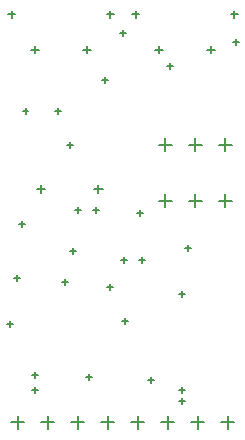
<source format=gbr>
%TF.GenerationSoftware,Altium Limited,Altium Designer,20.2.6 (244)*%
G04 Layer_Color=128*
%FSLAX26Y26*%
%MOIN*%
%TF.SameCoordinates,2EAD6035-BE33-4F7B-B0E7-EE8266E33042*%
%TF.FilePolarity,Positive*%
%TF.FileFunction,Drillmap*%
%TF.Part,Single*%
G01*
G75*
%TA.AperFunction,NonConductor*%
%ADD61C,0.005000*%
D61*
X761417Y78740D02*
X804724D01*
X783071Y57087D02*
Y100394D01*
X661417Y78740D02*
X704724D01*
X683071Y57087D02*
Y100394D01*
X461417Y78740D02*
X504724D01*
X483071Y57087D02*
Y100394D01*
X261417Y78740D02*
X304724D01*
X283071Y57087D02*
Y100394D01*
X61417Y78740D02*
X104724D01*
X83071Y57087D02*
Y100394D01*
X161417Y78740D02*
X204724D01*
X183071Y57087D02*
Y100394D01*
X361417Y78740D02*
X404724D01*
X383071Y57087D02*
Y100394D01*
X561417Y78740D02*
X604724D01*
X583071Y57087D02*
Y100394D01*
X145433Y856299D02*
X172992D01*
X159213Y842520D02*
Y870079D01*
X337559Y856299D02*
X365118D01*
X351339Y842520D02*
Y870079D01*
X552323Y816929D02*
X595630D01*
X573976Y795276D02*
Y838583D01*
X652323Y816929D02*
X695630D01*
X673976Y795276D02*
Y838583D01*
X752323Y816929D02*
X795630D01*
X773976Y795276D02*
Y838583D01*
X552323Y1003937D02*
X595630D01*
X573976Y982284D02*
Y1025591D01*
X652323Y1003937D02*
X695630D01*
X673976Y982284D02*
Y1025591D01*
X752323Y1003937D02*
X795630D01*
X773976Y982284D02*
Y1025591D01*
X714567Y1320866D02*
X740157D01*
X727362Y1308071D02*
Y1333661D01*
X539370Y1320866D02*
X564961D01*
X552165Y1308071D02*
Y1333661D01*
X463583Y1438976D02*
X487205D01*
X475394Y1427165D02*
Y1450787D01*
X792323Y1438976D02*
X815945D01*
X804134Y1427165D02*
Y1450787D01*
X378937Y1438976D02*
X402559D01*
X390748Y1427165D02*
Y1450787D01*
X301181Y1320866D02*
X326772D01*
X313976Y1308071D02*
Y1333661D01*
X125984Y1320866D02*
X151575D01*
X138780Y1308071D02*
Y1333661D01*
X50197Y1438976D02*
X73819D01*
X62008Y1427165D02*
Y1450787D01*
X428661Y414882D02*
X448346D01*
X438504Y405039D02*
Y424724D01*
X85157Y740000D02*
X104843D01*
X95000Y730158D02*
Y749842D01*
X515158Y220000D02*
X534842D01*
X525000Y210157D02*
Y229843D01*
X310158Y230000D02*
X329842D01*
X320000Y220157D02*
Y239843D01*
X620158Y185000D02*
X639842D01*
X630000Y175157D02*
Y194843D01*
X620158Y505000D02*
X639842D01*
X630000Y495158D02*
Y514842D01*
X640158Y660000D02*
X659842D01*
X650000Y650158D02*
Y669842D01*
X620158Y150000D02*
X639842D01*
X630000Y140157D02*
Y159843D01*
X70157Y560827D02*
X89843D01*
X80000Y550984D02*
Y570669D01*
X230157Y545000D02*
X249843D01*
X240000Y535158D02*
Y554842D01*
X255157Y650000D02*
X274842D01*
X265000Y640158D02*
Y659842D01*
X423228Y1375000D02*
X442913D01*
X433071Y1365158D02*
Y1384842D01*
X578740Y1265748D02*
X598425D01*
X588582Y1255906D02*
Y1275591D01*
X45157Y405000D02*
X64843D01*
X55000Y395158D02*
Y414843D01*
X130157Y185000D02*
X149843D01*
X140000Y175157D02*
Y194843D01*
X480158Y775000D02*
X499842D01*
X490000Y765158D02*
Y784842D01*
X380158Y530000D02*
X399842D01*
X390000Y520158D02*
Y539842D01*
X245433Y1003937D02*
X265118D01*
X255276Y994095D02*
Y1013779D01*
X206693Y1114927D02*
X226378D01*
X216535Y1105084D02*
Y1124769D01*
X98425Y1114927D02*
X118110D01*
X108268Y1105084D02*
Y1124769D01*
X333661Y787402D02*
X353346D01*
X343504Y777559D02*
Y797244D01*
X273661Y787402D02*
X293346D01*
X283504Y777559D02*
Y797244D01*
X130157Y235000D02*
X149843D01*
X140000Y225157D02*
Y244843D01*
X485158Y620079D02*
X504842D01*
X495000Y610236D02*
Y629921D01*
X425158Y620079D02*
X444842D01*
X435000Y610236D02*
Y629921D01*
X364173Y1218410D02*
X383858D01*
X374016Y1208567D02*
Y1228252D01*
X800158Y1345000D02*
X819842D01*
X810000Y1335158D02*
Y1354842D01*
%TF.MD5,632e06d9bcbc72a1cefafc4f9c22d4ef*%
M02*

</source>
